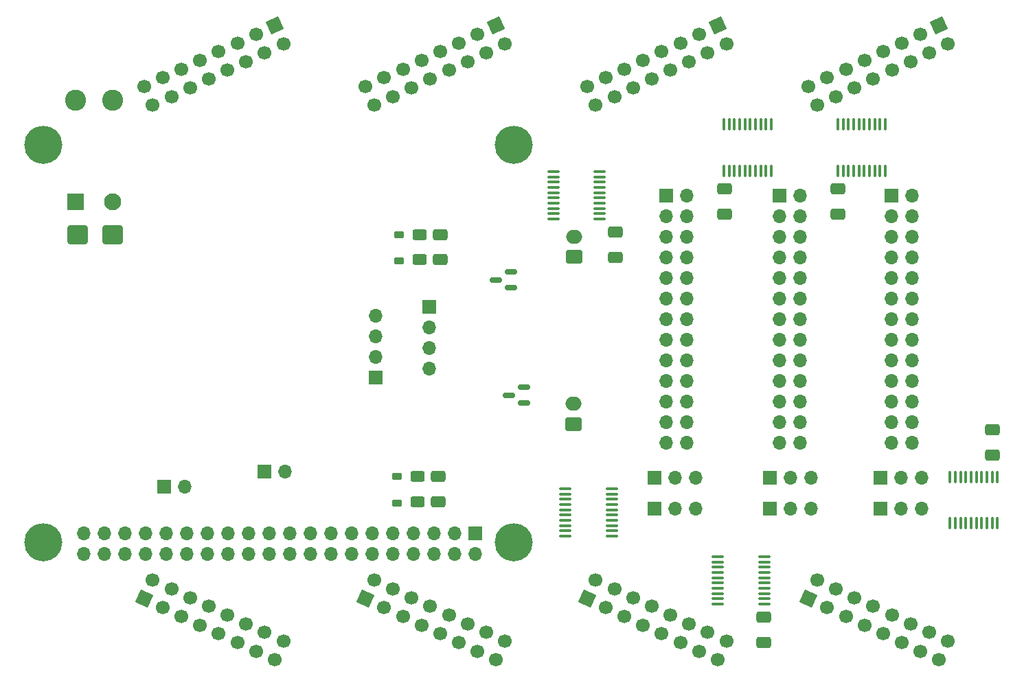
<source format=gbr>
%TF.GenerationSoftware,KiCad,Pcbnew,7.0.7*%
%TF.CreationDate,2023-10-13T23:08:25+02:00*%
%TF.ProjectId,LITEXCNC-HUB75HAT,4c495445-5843-44e4-932d-485542373548,rev?*%
%TF.SameCoordinates,Original*%
%TF.FileFunction,Soldermask,Bot*%
%TF.FilePolarity,Negative*%
%FSLAX46Y46*%
G04 Gerber Fmt 4.6, Leading zero omitted, Abs format (unit mm)*
G04 Created by KiCad (PCBNEW 7.0.7) date 2023-10-13 23:08:25*
%MOMM*%
%LPD*%
G01*
G04 APERTURE LIST*
G04 Aperture macros list*
%AMRoundRect*
0 Rectangle with rounded corners*
0 $1 Rounding radius*
0 $2 $3 $4 $5 $6 $7 $8 $9 X,Y pos of 4 corners*
0 Add a 4 corners polygon primitive as box body*
4,1,4,$2,$3,$4,$5,$6,$7,$8,$9,$2,$3,0*
0 Add four circle primitives for the rounded corners*
1,1,$1+$1,$2,$3*
1,1,$1+$1,$4,$5*
1,1,$1+$1,$6,$7*
1,1,$1+$1,$8,$9*
0 Add four rect primitives between the rounded corners*
20,1,$1+$1,$2,$3,$4,$5,0*
20,1,$1+$1,$4,$5,$6,$7,0*
20,1,$1+$1,$6,$7,$8,$9,0*
20,1,$1+$1,$8,$9,$2,$3,0*%
%AMHorizOval*
0 Thick line with rounded ends*
0 $1 width*
0 $2 $3 position (X,Y) of the first rounded end (center of the circle)*
0 $4 $5 position (X,Y) of the second rounded end (center of the circle)*
0 Add line between two ends*
20,1,$1,$2,$3,$4,$5,0*
0 Add two circle primitives to create the rounded ends*
1,1,$1,$2,$3*
1,1,$1,$4,$5*%
%AMRotRect*
0 Rectangle, with rotation*
0 The origin of the aperture is its center*
0 $1 length*
0 $2 width*
0 $3 Rotation angle, in degrees counterclockwise*
0 Add horizontal line*
21,1,$1,$2,0,0,$3*%
G04 Aperture macros list end*
%ADD10O,2.000000X1.700000*%
%ADD11RoundRect,0.250000X0.750000X-0.600000X0.750000X0.600000X-0.750000X0.600000X-0.750000X-0.600000X0*%
%ADD12R,1.700000X1.700000*%
%ADD13O,1.700000X1.700000*%
%ADD14C,3.100000*%
%ADD15C,4.700000*%
%ADD16RoundRect,0.250000X-1.000000X-0.900000X1.000000X-0.900000X1.000000X0.900000X-1.000000X0.900000X0*%
%ADD17RoundRect,0.250000X-0.650000X0.412500X-0.650000X-0.412500X0.650000X-0.412500X0.650000X0.412500X0*%
%ADD18RoundRect,0.225000X0.375000X-0.225000X0.375000X0.225000X-0.375000X0.225000X-0.375000X-0.225000X0*%
%ADD19RotRect,1.700000X1.700000X115.000000*%
%ADD20HorizOval,1.700000X0.000000X0.000000X0.000000X0.000000X0*%
%ADD21RotRect,1.700000X1.700000X245.000000*%
%ADD22HorizOval,1.700000X0.000000X0.000000X0.000000X0.000000X0*%
%ADD23RoundRect,0.250000X0.625000X-0.400000X0.625000X0.400000X-0.625000X0.400000X-0.625000X-0.400000X0*%
%ADD24RoundRect,0.100000X-0.637500X-0.100000X0.637500X-0.100000X0.637500X0.100000X-0.637500X0.100000X0*%
%ADD25RoundRect,0.150000X0.587500X0.150000X-0.587500X0.150000X-0.587500X-0.150000X0.587500X-0.150000X0*%
%ADD26RoundRect,0.100000X-0.100000X0.637500X-0.100000X-0.637500X0.100000X-0.637500X0.100000X0.637500X0*%
%ADD27RoundRect,0.100000X0.100000X-0.637500X0.100000X0.637500X-0.100000X0.637500X-0.100000X-0.637500X0*%
%ADD28C,2.600000*%
%ADD29RoundRect,0.250001X-0.799999X-0.799999X0.799999X-0.799999X0.799999X0.799999X-0.799999X0.799999X0*%
%ADD30C,2.100000*%
%ADD31RoundRect,0.250000X0.650000X-0.412500X0.650000X0.412500X-0.650000X0.412500X-0.650000X-0.412500X0*%
G04 APERTURE END LIST*
D10*
%TO.C,RS489-1*%
X88943000Y38206000D03*
D11*
X88943000Y35706000D03*
%TD*%
D10*
%TO.C,RS489-5*%
X88960000Y58820000D03*
D11*
X88960000Y56320000D03*
%TD*%
D12*
%TO.C,J17*%
X76768000Y22244000D03*
D13*
X76768000Y19704000D03*
X74228000Y22244000D03*
X74228000Y19704000D03*
X71688000Y22244000D03*
X71688000Y19704000D03*
X69148000Y22244000D03*
X69148000Y19704000D03*
X66608000Y22244000D03*
X66608000Y19704000D03*
X64068000Y22244000D03*
X64068000Y19704000D03*
X61528000Y22244000D03*
X61528000Y19704000D03*
X58988000Y22244000D03*
X58988000Y19704000D03*
X56448000Y22244000D03*
X56448000Y19704000D03*
X53908000Y22244000D03*
X53908000Y19704000D03*
X51368000Y22244000D03*
X51368000Y19704000D03*
X48828000Y22244000D03*
X48828000Y19704000D03*
X46288000Y22244000D03*
X46288000Y19704000D03*
X43748000Y22244000D03*
X43748000Y19704000D03*
X41208000Y22244000D03*
X41208000Y19704000D03*
X38668000Y22244000D03*
X38668000Y19704000D03*
X36128000Y22244000D03*
X36128000Y19704000D03*
X33588000Y22244000D03*
X33588000Y19704000D03*
X31048000Y22244000D03*
X31048000Y19704000D03*
X28508000Y22244000D03*
X28508000Y19704000D03*
%TD*%
D12*
%TO.C,J2*%
X114270000Y63900000D03*
D13*
X116810000Y63900000D03*
X114270000Y61360000D03*
X116810000Y61360000D03*
X114270000Y58820000D03*
X116810000Y58820000D03*
X114270000Y56280000D03*
X116810000Y56280000D03*
X114270000Y53740000D03*
X116810000Y53740000D03*
X114270000Y51200000D03*
X116810000Y51200000D03*
X114270000Y48660000D03*
X116810000Y48660000D03*
X114270000Y46120000D03*
X116810000Y46120000D03*
X114270000Y43580000D03*
X116810000Y43580000D03*
X114270000Y41040000D03*
X116810000Y41040000D03*
X114270000Y38500000D03*
X116810000Y38500000D03*
X114270000Y35960000D03*
X116810000Y35960000D03*
X114270000Y33420000D03*
X116810000Y33420000D03*
%TD*%
D12*
%TO.C,JP6*%
X98866000Y25292000D03*
D13*
X101406000Y25292000D03*
X103946000Y25292000D03*
%TD*%
D12*
%TO.C,JP4*%
X126716000Y25292000D03*
D13*
X129256000Y25292000D03*
X131796000Y25292000D03*
%TD*%
D12*
%TO.C,JP1*%
X126716000Y29102000D03*
D13*
X129256000Y29102000D03*
X131796000Y29102000D03*
%TD*%
D12*
%TO.C,JP3*%
X98866000Y29102000D03*
D13*
X101406000Y29102000D03*
X103946000Y29102000D03*
%TD*%
D12*
%TO.C,JP5*%
X113090000Y25292000D03*
D13*
X115630000Y25292000D03*
X118170000Y25292000D03*
%TD*%
D14*
%TO.C,REF\u002A\u002A*%
X23560000Y70112000D03*
D15*
X23560000Y70112000D03*
%TD*%
D14*
%TO.C,REF\u002A\u002A*%
X81560000Y21112000D03*
D15*
X81560000Y21112000D03*
%TD*%
D14*
%TO.C,REF\u002A\u002A*%
X23560000Y21112000D03*
D15*
X23560000Y21112000D03*
%TD*%
D12*
%TO.C,JP2*%
X113090000Y29102000D03*
D13*
X115630000Y29102000D03*
X118170000Y29102000D03*
%TD*%
D12*
%TO.C,J3*%
X100300000Y63900000D03*
D13*
X102840000Y63900000D03*
X100300000Y61360000D03*
X102840000Y61360000D03*
X100300000Y58820000D03*
X102840000Y58820000D03*
X100300000Y56280000D03*
X102840000Y56280000D03*
X100300000Y53740000D03*
X102840000Y53740000D03*
X100300000Y51200000D03*
X102840000Y51200000D03*
X100300000Y48660000D03*
X102840000Y48660000D03*
X100300000Y46120000D03*
X102840000Y46120000D03*
X100300000Y43580000D03*
X102840000Y43580000D03*
X100300000Y41040000D03*
X102840000Y41040000D03*
X100300000Y38500000D03*
X102840000Y38500000D03*
X100300000Y35960000D03*
X102840000Y35960000D03*
X100300000Y33420000D03*
X102840000Y33420000D03*
%TD*%
D14*
%TO.C,REF\u002A\u002A*%
X81560000Y70112000D03*
D15*
X81560000Y70112000D03*
%TD*%
D13*
%TO.C,J1*%
X130616000Y33420000D03*
X128076000Y33420000D03*
X130616000Y35960000D03*
X128076000Y35960000D03*
X130616000Y38500000D03*
X128076000Y38500000D03*
X130616000Y41040000D03*
X128076000Y41040000D03*
X130616000Y43580000D03*
X128076000Y43580000D03*
X130616000Y46120000D03*
X128076000Y46120000D03*
X130616000Y48660000D03*
X128076000Y48660000D03*
X130616000Y51200000D03*
X128076000Y51200000D03*
X130616000Y53740000D03*
X128076000Y53740000D03*
X130616000Y56280000D03*
X128076000Y56280000D03*
X130616000Y58820000D03*
X128076000Y58820000D03*
X130616000Y61360000D03*
X128076000Y61360000D03*
X130616000Y63900000D03*
D12*
X128076000Y63900000D03*
%TD*%
D16*
%TO.C,D12*%
X27764000Y59074000D03*
X32064000Y59074000D03*
%TD*%
D17*
%TO.C,C16*%
X112328000Y11868500D03*
X112328000Y8743500D03*
%TD*%
D18*
%TO.C,D4*%
X67370000Y55774000D03*
X67370000Y59074000D03*
%TD*%
D12*
%TO.C,J14*%
X38460000Y28000000D03*
D13*
X41000000Y28000000D03*
%TD*%
D17*
%TO.C,C20*%
X121472000Y64700500D03*
X121472000Y61575500D03*
%TD*%
D12*
%TO.C,J8*%
X71120000Y50165000D03*
D13*
X71120000Y47625000D03*
X71120000Y45085000D03*
X71120000Y42545000D03*
%TD*%
D19*
%TO.C,J4*%
X52070000Y84836000D03*
D20*
X53143450Y82533978D03*
X49767978Y83762550D03*
X50841429Y81460528D03*
X47465956Y82689099D03*
X48539407Y80387077D03*
X45163935Y81615649D03*
X46237385Y79313627D03*
X42861913Y80542198D03*
X43935363Y78240177D03*
X40559891Y79468748D03*
X41633341Y77166726D03*
X38257869Y78395298D03*
X39331320Y76093276D03*
X35955848Y77321847D03*
X37029298Y75019826D03*
%TD*%
D12*
%TO.C,J13*%
X50800000Y29845000D03*
D13*
X53340000Y29845000D03*
%TD*%
D21*
%TO.C,J12*%
X90565848Y14118153D03*
D22*
X91639298Y16420175D03*
X92867870Y13044703D03*
X93941320Y15346724D03*
X95169892Y11971252D03*
X96243342Y14273274D03*
X97471913Y10897802D03*
X98545364Y13199824D03*
X99773935Y9824351D03*
X100847386Y12126373D03*
X102075957Y8750901D03*
X103149407Y11052923D03*
X104377979Y7677451D03*
X105451429Y9979472D03*
X106680000Y6604000D03*
X107753451Y8906022D03*
%TD*%
D23*
%TO.C,R8*%
X69910000Y55974000D03*
X69910000Y59074000D03*
%TD*%
D21*
%TO.C,J11*%
X117870848Y14118153D03*
D22*
X118944298Y16420175D03*
X120172870Y13044703D03*
X121246320Y15346724D03*
X122474892Y11971252D03*
X123548342Y14273274D03*
X124776913Y10897802D03*
X125850364Y13199824D03*
X127078935Y9824351D03*
X128152386Y12126373D03*
X129380957Y8750901D03*
X130454407Y11052923D03*
X131682979Y7677451D03*
X132756429Y9979472D03*
X133985000Y6604000D03*
X135058451Y8906022D03*
%TD*%
D24*
%TO.C,U5*%
X86420000Y60986000D03*
X86420000Y61636000D03*
X86420000Y62286000D03*
X86420000Y62936000D03*
X86420000Y63586000D03*
X86420000Y64236000D03*
X86420000Y64886000D03*
X86420000Y65536000D03*
X86420000Y66186000D03*
X86420000Y66836000D03*
X92145000Y66836000D03*
X92145000Y66186000D03*
X92145000Y65536000D03*
X92145000Y64886000D03*
X92145000Y64236000D03*
X92145000Y63586000D03*
X92145000Y62936000D03*
X92145000Y62286000D03*
X92145000Y61636000D03*
X92145000Y60986000D03*
%TD*%
D17*
%TO.C,C15*%
X72196000Y29229000D03*
X72196000Y26104000D03*
%TD*%
%TO.C,C19*%
X107502000Y64700500D03*
X107502000Y61575500D03*
%TD*%
D23*
%TO.C,R17*%
X69656000Y26129000D03*
X69656000Y29229000D03*
%TD*%
D18*
%TO.C,D10*%
X67116000Y25929000D03*
X67116000Y29229000D03*
%TD*%
D19*
%TO.C,J6*%
X106680000Y84836000D03*
D20*
X107753450Y82533978D03*
X104377978Y83762550D03*
X105451429Y81460528D03*
X102075956Y82689099D03*
X103149407Y80387077D03*
X99773935Y81615649D03*
X100847385Y79313627D03*
X97471913Y80542198D03*
X98545363Y78240177D03*
X95169891Y79468748D03*
X96243341Y77166726D03*
X92867869Y78395298D03*
X93941320Y76093276D03*
X90565848Y77321847D03*
X91639298Y75019826D03*
%TD*%
D25*
%TO.C,D11*%
X82785500Y40212000D03*
X82785500Y38312000D03*
X80910500Y39262000D03*
%TD*%
D24*
%TO.C,U6*%
X87875500Y21859000D03*
X87875500Y22509000D03*
X87875500Y23159000D03*
X87875500Y23809000D03*
X87875500Y24459000D03*
X87875500Y25109000D03*
X87875500Y25759000D03*
X87875500Y26409000D03*
X87875500Y27059000D03*
X87875500Y27709000D03*
X93600500Y27709000D03*
X93600500Y27059000D03*
X93600500Y26409000D03*
X93600500Y25759000D03*
X93600500Y25109000D03*
X93600500Y24459000D03*
X93600500Y23809000D03*
X93600500Y23159000D03*
X93600500Y22509000D03*
X93600500Y21859000D03*
%TD*%
D21*
%TO.C,J15*%
X63260848Y14118153D03*
D22*
X64334298Y16420175D03*
X65562870Y13044703D03*
X66636320Y15346724D03*
X67864892Y11971252D03*
X68938342Y14273274D03*
X70166913Y10897802D03*
X71240364Y13199824D03*
X72468935Y9824351D03*
X73542386Y12126373D03*
X74770957Y8750901D03*
X75844407Y11052923D03*
X77072979Y7677451D03*
X78146429Y9979472D03*
X79375000Y6604000D03*
X80448451Y8906022D03*
%TD*%
D24*
%TO.C,U4*%
X106671500Y13477000D03*
X106671500Y14127000D03*
X106671500Y14777000D03*
X106671500Y15427000D03*
X106671500Y16077000D03*
X106671500Y16727000D03*
X106671500Y17377000D03*
X106671500Y18027000D03*
X106671500Y18677000D03*
X106671500Y19327000D03*
X112396500Y19327000D03*
X112396500Y18677000D03*
X112396500Y18027000D03*
X112396500Y17377000D03*
X112396500Y16727000D03*
X112396500Y16077000D03*
X112396500Y15427000D03*
X112396500Y14777000D03*
X112396500Y14127000D03*
X112396500Y13477000D03*
%TD*%
D17*
%TO.C,C9*%
X94040000Y59366500D03*
X94040000Y56241500D03*
%TD*%
D26*
%TO.C,U3*%
X107442000Y72673000D03*
X108092000Y72673000D03*
X108742000Y72673000D03*
X109392000Y72673000D03*
X110042000Y72673000D03*
X110692000Y72673000D03*
X111342000Y72673000D03*
X111992000Y72673000D03*
X112642000Y72673000D03*
X113292000Y72673000D03*
X113292000Y66948000D03*
X112642000Y66948000D03*
X111992000Y66948000D03*
X111342000Y66948000D03*
X110692000Y66948000D03*
X110042000Y66948000D03*
X109392000Y66948000D03*
X108742000Y66948000D03*
X108092000Y66948000D03*
X107442000Y66948000D03*
%TD*%
D12*
%TO.C,J7*%
X64516000Y41402000D03*
D13*
X64516000Y43942000D03*
X64516000Y46482000D03*
X64516000Y49022000D03*
%TD*%
D26*
%TO.C,U2*%
X121494000Y72673000D03*
X122144000Y72673000D03*
X122794000Y72673000D03*
X123444000Y72673000D03*
X124094000Y72673000D03*
X124744000Y72673000D03*
X125394000Y72673000D03*
X126044000Y72673000D03*
X126694000Y72673000D03*
X127344000Y72673000D03*
X127344000Y66948000D03*
X126694000Y66948000D03*
X126044000Y66948000D03*
X125394000Y66948000D03*
X124744000Y66948000D03*
X124094000Y66948000D03*
X123444000Y66948000D03*
X122794000Y66948000D03*
X122144000Y66948000D03*
X121494000Y66948000D03*
%TD*%
D27*
%TO.C,U1*%
X141161000Y23445500D03*
X140511000Y23445500D03*
X139861000Y23445500D03*
X139211000Y23445500D03*
X138561000Y23445500D03*
X137911000Y23445500D03*
X137261000Y23445500D03*
X136611000Y23445500D03*
X135961000Y23445500D03*
X135311000Y23445500D03*
X135311000Y29170500D03*
X135961000Y29170500D03*
X136611000Y29170500D03*
X137261000Y29170500D03*
X137911000Y29170500D03*
X138561000Y29170500D03*
X139211000Y29170500D03*
X139861000Y29170500D03*
X140511000Y29170500D03*
X141161000Y29170500D03*
%TD*%
D21*
%TO.C,J16*%
X35955848Y14118153D03*
D22*
X37029298Y16420175D03*
X38257870Y13044703D03*
X39331320Y15346724D03*
X40559892Y11971252D03*
X41633342Y14273274D03*
X42861913Y10897802D03*
X43935364Y13199824D03*
X45163935Y9824351D03*
X46237386Y12126373D03*
X47465957Y8750901D03*
X48539407Y11052923D03*
X49767979Y7677451D03*
X50841429Y9979472D03*
X52070000Y6604000D03*
X53143451Y8906022D03*
%TD*%
D25*
%TO.C,D5*%
X81183000Y54436000D03*
X81183000Y52536000D03*
X79308000Y53486000D03*
%TD*%
D28*
%TO.C,J10*%
X27478000Y75663000D03*
X32078000Y75663000D03*
D29*
X27478000Y63063000D03*
D30*
X32078000Y63063000D03*
%TD*%
D19*
%TO.C,J5*%
X79375000Y84836000D03*
D20*
X80448450Y82533978D03*
X77072978Y83762550D03*
X78146429Y81460528D03*
X74770956Y82689099D03*
X75844407Y80387077D03*
X72468935Y81615649D03*
X73542385Y79313627D03*
X70166913Y80542198D03*
X71240363Y78240177D03*
X67864891Y79468748D03*
X68938341Y77166726D03*
X65562869Y78395298D03*
X66636320Y76093276D03*
X63260848Y77321847D03*
X64334298Y75019826D03*
%TD*%
D17*
%TO.C,C10*%
X72450000Y59074000D03*
X72450000Y55949000D03*
%TD*%
D31*
%TO.C,C21*%
X140522000Y31857500D03*
X140522000Y34982500D03*
%TD*%
D19*
%TO.C,J9*%
X133985000Y84836000D03*
D20*
X135058450Y82533978D03*
X131682978Y83762550D03*
X132756429Y81460528D03*
X129380956Y82689099D03*
X130454407Y80387077D03*
X127078935Y81615649D03*
X128152385Y79313627D03*
X124776913Y80542198D03*
X125850363Y78240177D03*
X122474891Y79468748D03*
X123548341Y77166726D03*
X120172869Y78395298D03*
X121246320Y76093276D03*
X117870848Y77321847D03*
X118944298Y75019826D03*
%TD*%
M02*

</source>
